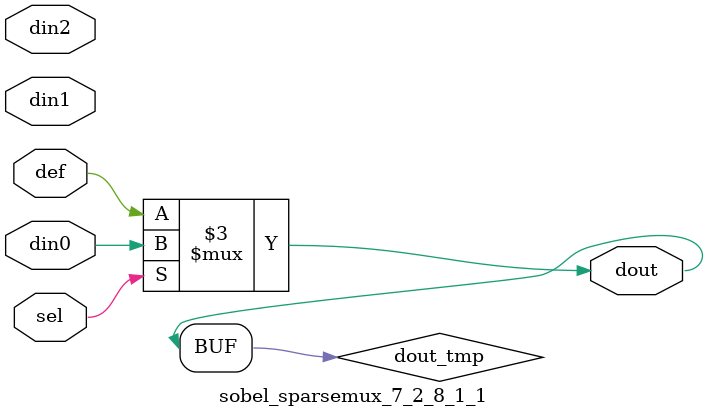
<source format=v>
`timescale 1ns / 1ps

module sobel_sparsemux_7_2_8_1_1 (din0,din1,din2,def,sel,dout);

parameter din0_WIDTH = 1;

parameter din1_WIDTH = 1;

parameter din2_WIDTH = 1;

parameter def_WIDTH = 1;
parameter sel_WIDTH = 1;
parameter dout_WIDTH = 1;

parameter [sel_WIDTH-1:0] CASE0 = 1;

parameter [sel_WIDTH-1:0] CASE1 = 1;

parameter [sel_WIDTH-1:0] CASE2 = 1;

parameter ID = 1;
parameter NUM_STAGE = 1;



input [din0_WIDTH-1:0] din0;

input [din1_WIDTH-1:0] din1;

input [din2_WIDTH-1:0] din2;

input [def_WIDTH-1:0] def;
input [sel_WIDTH-1:0] sel;

output [dout_WIDTH-1:0] dout;



reg [dout_WIDTH-1:0] dout_tmp;


always @ (*) begin
(* parallel_case *) case (sel)
    
    CASE0 : dout_tmp = din0;
    
    CASE1 : dout_tmp = din1;
    
    CASE2 : dout_tmp = din2;
    
    default : dout_tmp = def;
endcase
end


assign dout = dout_tmp;



endmodule

</source>
